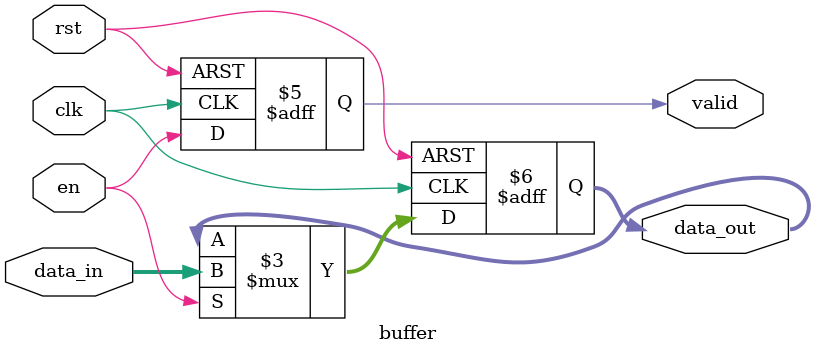
<source format=v>
module buffer #(parameter WIDTH = 32)(
input clk,
input rst,
input en,
input[WIDTH-1:0] data_in,
output reg[WIDTH-1:0] data_out,
output reg valid
);
parameter zero={(WIDTH){1'b0}};


always@(posedge clk,posedge rst)
begin
	if(rst)
	data_out<=zero;
	else
	begin	
		if(en)
		data_out<=data_in;
	end
end


always@(posedge clk,posedge rst)
begin
	if(rst)
	valid<=1'b0;
	else 
	valid<=en;
end

endmodule
</source>
